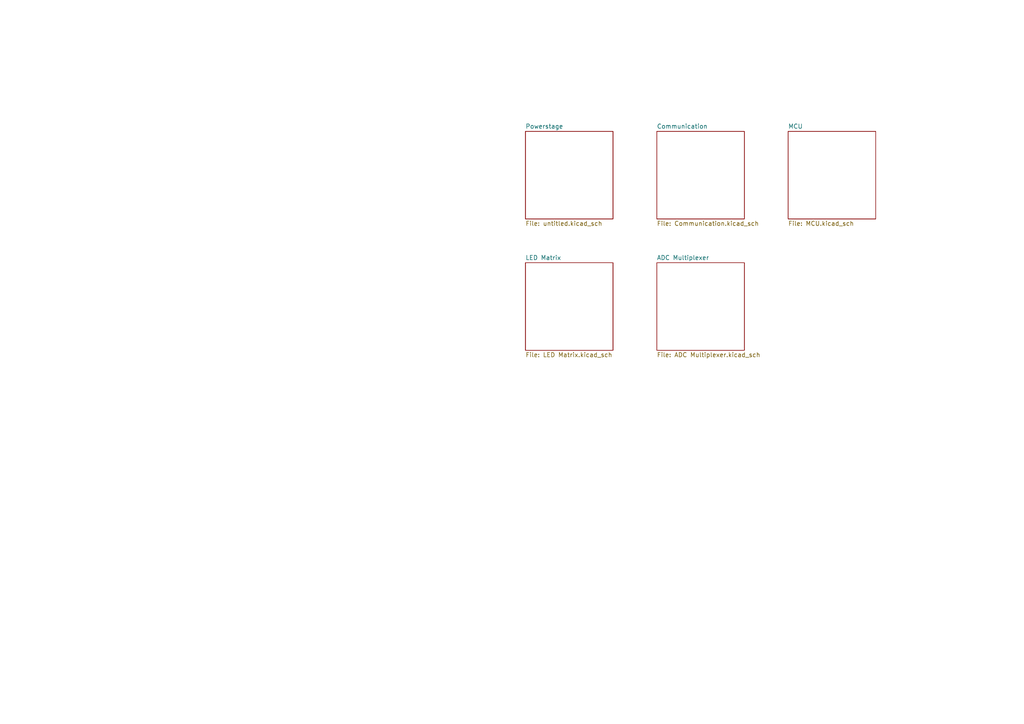
<source format=kicad_sch>
(kicad_sch
	(version 20231120)
	(generator "eeschema")
	(generator_version "8.0")
	(uuid "12231dcb-422a-4509-91eb-b753f28238ef")
	(paper "A4")
	(lib_symbols)
	(sheet
		(at 152.4 38.1)
		(size 25.4 25.4)
		(fields_autoplaced yes)
		(stroke
			(width 0.1524)
			(type solid)
		)
		(fill
			(color 0 0 0 0.0000)
		)
		(uuid "2f9f52e6-ebc5-4560-a145-292a79370b1b")
		(property "Sheetname" "Powerstage"
			(at 152.4 37.3884 0)
			(effects
				(font
					(size 1.27 1.27)
				)
				(justify left bottom)
			)
		)
		(property "Sheetfile" "untitled.kicad_sch"
			(at 152.4 64.0846 0)
			(effects
				(font
					(size 1.27 1.27)
				)
				(justify left top)
			)
		)
		(instances
			(project "BKEY-Core"
				(path "/12231dcb-422a-4509-91eb-b753f28238ef"
					(page "2")
				)
			)
		)
	)
	(sheet
		(at 152.4 76.2)
		(size 25.4 25.4)
		(fields_autoplaced yes)
		(stroke
			(width 0.1524)
			(type solid)
		)
		(fill
			(color 0 0 0 0.0000)
		)
		(uuid "333ad323-999b-4598-bab7-425547360b80")
		(property "Sheetname" "LED Matrix"
			(at 152.4 75.4884 0)
			(effects
				(font
					(size 1.27 1.27)
				)
				(justify left bottom)
			)
		)
		(property "Sheetfile" "LED Matrix.kicad_sch"
			(at 152.4 102.1846 0)
			(effects
				(font
					(size 1.27 1.27)
				)
				(justify left top)
			)
		)
		(instances
			(project "BKEY-Core"
				(path "/12231dcb-422a-4509-91eb-b753f28238ef"
					(page "6")
				)
			)
		)
	)
	(sheet
		(at 190.5 38.1)
		(size 25.4 25.4)
		(fields_autoplaced yes)
		(stroke
			(width 0.1524)
			(type solid)
		)
		(fill
			(color 0 0 0 0.0000)
		)
		(uuid "42317aa8-a381-4d17-b23a-064fe3f93ba8")
		(property "Sheetname" "Communication"
			(at 190.5 37.3884 0)
			(effects
				(font
					(size 1.27 1.27)
				)
				(justify left bottom)
			)
		)
		(property "Sheetfile" "Communication.kicad_sch"
			(at 190.5 64.0846 0)
			(effects
				(font
					(size 1.27 1.27)
				)
				(justify left top)
			)
		)
		(instances
			(project "BKEY-Core"
				(path "/12231dcb-422a-4509-91eb-b753f28238ef"
					(page "4")
				)
			)
		)
	)
	(sheet
		(at 228.6 38.1)
		(size 25.4 25.4)
		(fields_autoplaced yes)
		(stroke
			(width 0.1524)
			(type solid)
		)
		(fill
			(color 0 0 0 0.0000)
		)
		(uuid "66d9108b-205a-45f1-951a-6584c5dae672")
		(property "Sheetname" "MCU"
			(at 228.6 37.3884 0)
			(effects
				(font
					(size 1.27 1.27)
				)
				(justify left bottom)
			)
		)
		(property "Sheetfile" "MCU.kicad_sch"
			(at 228.6 64.0846 0)
			(effects
				(font
					(size 1.27 1.27)
				)
				(justify left top)
			)
		)
		(instances
			(project "BKEY-Core"
				(path "/12231dcb-422a-4509-91eb-b753f28238ef"
					(page "3")
				)
			)
		)
	)
	(sheet
		(at 190.5 76.2)
		(size 25.4 25.4)
		(fields_autoplaced yes)
		(stroke
			(width 0.1524)
			(type solid)
		)
		(fill
			(color 0 0 0 0.0000)
		)
		(uuid "8a96aef3-736b-4246-9b90-d50bdf28c7c6")
		(property "Sheetname" "ADC Multiplexer"
			(at 190.5 75.4884 0)
			(effects
				(font
					(size 1.27 1.27)
				)
				(justify left bottom)
			)
		)
		(property "Sheetfile" "ADC Multiplexer.kicad_sch"
			(at 190.5 102.1846 0)
			(effects
				(font
					(size 1.27 1.27)
				)
				(justify left top)
			)
		)
		(instances
			(project "BKEY-Core"
				(path "/12231dcb-422a-4509-91eb-b753f28238ef"
					(page "5")
				)
			)
		)
	)
	(sheet_instances
		(path "/"
			(page "1")
		)
	)
)

</source>
